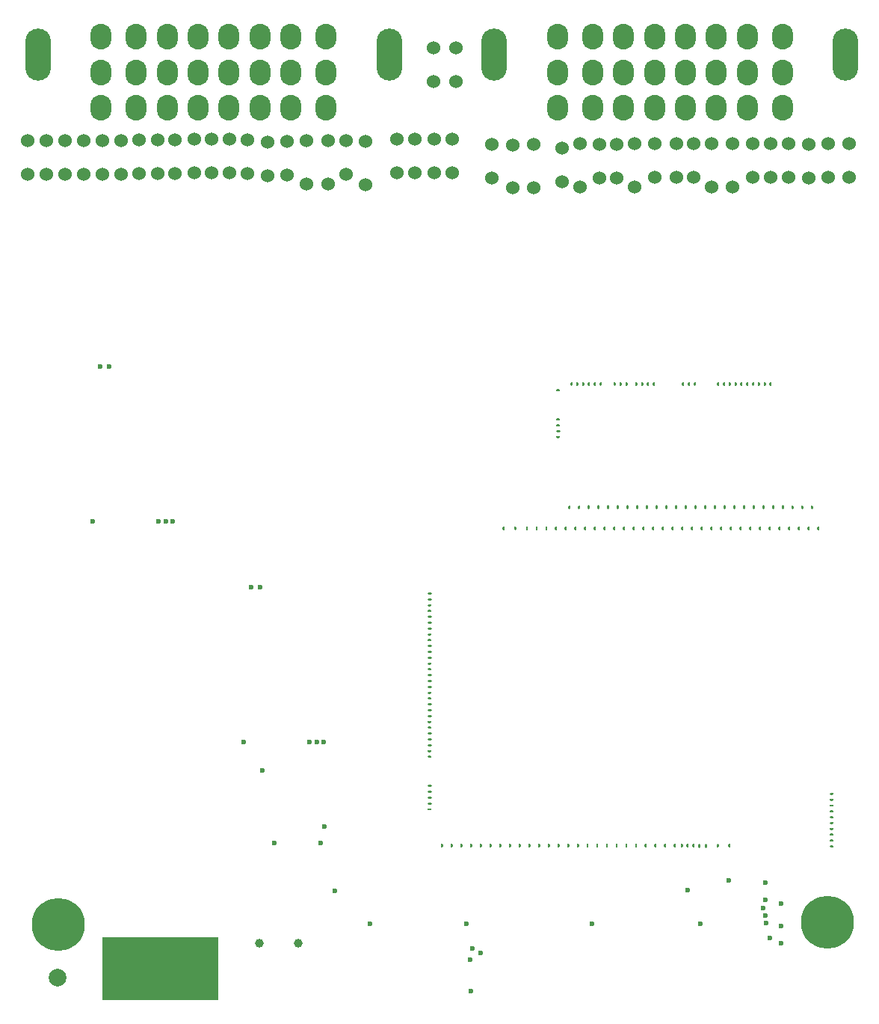
<source format=gbs>
G04 #@! TF.GenerationSoftware,KiCad,Pcbnew,(6.0.1)*
G04 #@! TF.CreationDate,2022-03-14T23:01:45+02:00*
G04 #@! TF.ProjectId,alphax_4ch,616c7068-6178-45f3-9463-682e6b696361,a*
G04 #@! TF.SameCoordinates,PX141f5e0PYa2cace0*
G04 #@! TF.FileFunction,Soldermask,Bot*
G04 #@! TF.FilePolarity,Negative*
%FSLAX46Y46*%
G04 Gerber Fmt 4.6, Leading zero omitted, Abs format (unit mm)*
G04 Created by KiCad (PCBNEW (6.0.1)) date 2022-03-14 23:01:45*
%MOMM*%
%LPD*%
G01*
G04 APERTURE LIST*
%ADD10C,0.120000*%
%ADD11C,0.599999*%
%ADD12C,1.524000*%
%ADD13C,6.000000*%
%ADD14O,2.900000X5.900000*%
%ADD15O,2.400000X2.900000*%
%ADD16C,1.000000*%
%ADD17C,2.000000*%
G04 APERTURE END LIST*
D10*
G04 #@! TO.C,U4*
X9850000Y200000D02*
X9850000Y7200000D01*
X9850000Y7200000D02*
X22850000Y7200000D01*
X22850000Y7200000D02*
X22850000Y200000D01*
X22850000Y200000D02*
X9850000Y200000D01*
G36*
X22850000Y200000D02*
G01*
X9850000Y200000D01*
X9850000Y7200000D01*
X22850000Y7200000D01*
X22850000Y200000D01*
G37*
X22850000Y200000D02*
X9850000Y200000D01*
X9850000Y7200000D01*
X22850000Y7200000D01*
X22850000Y200000D01*
G04 #@! TD*
D11*
G04 #@! TO.C,M4*
X84894889Y11474986D03*
X86729899Y11049978D03*
X84679891Y10499981D03*
X84894886Y9625022D03*
X84969893Y8774999D03*
X86729899Y8449983D03*
X85419899Y7150016D03*
X86729899Y6499999D03*
X80804884Y13675002D03*
X84879890Y13375000D03*
G04 #@! TD*
D12*
G04 #@! TO.C,R8*
X76750000Y93245000D03*
X76750000Y97055000D03*
G04 #@! TD*
D13*
G04 #@! TO.C,J8*
X4803000Y8619000D03*
G04 #@! TD*
D12*
G04 #@! TO.C,R59*
X45200000Y97505000D03*
X45200000Y93695000D03*
G04 #@! TD*
G04 #@! TO.C,R9*
X74800000Y93245000D03*
X74800000Y97055000D03*
G04 #@! TD*
G04 #@! TO.C,R68*
X24200000Y93695000D03*
X24200000Y97505000D03*
G04 #@! TD*
G04 #@! TO.C,F4*
X63950000Y97000000D03*
X63950000Y92100000D03*
G04 #@! TD*
G04 #@! TO.C,M5*
G36*
G01*
X61299998Y63946477D02*
X61549998Y63946477D01*
G75*
G02*
X61674998Y63821477I0J-125000D01*
G01*
X61674998Y63821477D01*
G75*
G02*
X61549998Y63696477I-125000J0D01*
G01*
X61299998Y63696477D01*
G75*
G02*
X61174998Y63821477I0J125000D01*
G01*
X61174998Y63821477D01*
G75*
G02*
X61299998Y63946477I125000J0D01*
G01*
G37*
G36*
G01*
X61299998Y64606478D02*
X61549998Y64606478D01*
G75*
G02*
X61674998Y64481478I0J-125000D01*
G01*
X61674998Y64481478D01*
G75*
G02*
X61549998Y64356478I-125000J0D01*
G01*
X61299998Y64356478D01*
G75*
G02*
X61174998Y64481478I0J125000D01*
G01*
X61174998Y64481478D01*
G75*
G02*
X61299998Y64606478I125000J0D01*
G01*
G37*
G36*
G01*
X61299998Y65266479D02*
X61549998Y65266479D01*
G75*
G02*
X61674998Y65141479I0J-125000D01*
G01*
X61674998Y65141479D01*
G75*
G02*
X61549998Y65016479I-125000J0D01*
G01*
X61299998Y65016479D01*
G75*
G02*
X61174998Y65141479I0J125000D01*
G01*
X61174998Y65141479D01*
G75*
G02*
X61299998Y65266479I125000J0D01*
G01*
G37*
G36*
G01*
X61299998Y65926480D02*
X61549998Y65926480D01*
G75*
G02*
X61674998Y65801480I0J-125000D01*
G01*
X61674998Y65801480D01*
G75*
G02*
X61549998Y65676480I-125000J0D01*
G01*
X61299998Y65676480D01*
G75*
G02*
X61174998Y65801480I0J125000D01*
G01*
X61174998Y65801480D01*
G75*
G02*
X61299998Y65926480I125000J0D01*
G01*
G37*
G36*
G01*
X61299998Y69226487D02*
X61549998Y69226487D01*
G75*
G02*
X61674998Y69101487I0J-125000D01*
G01*
X61674998Y69101487D01*
G75*
G02*
X61549998Y68976487I-125000J0D01*
G01*
X61299998Y68976487D01*
G75*
G02*
X61174998Y69101487I0J125000D01*
G01*
X61174998Y69101487D01*
G75*
G02*
X61299998Y69226487I125000J0D01*
G01*
G37*
G36*
G01*
X90070000Y55727684D02*
X90070000Y55977684D01*
G75*
G02*
X90195000Y56102684I125000J0D01*
G01*
X90195000Y56102684D01*
G75*
G02*
X90320000Y55977684I0J-125000D01*
G01*
X90320000Y55727684D01*
G75*
G02*
X90195000Y55602684I-125000J0D01*
G01*
X90195000Y55602684D01*
G75*
G02*
X90070000Y55727684I0J125000D01*
G01*
G37*
G36*
G01*
X89219996Y55977684D02*
X89219996Y55727684D01*
G75*
G02*
X89094996Y55602684I-125000J0D01*
G01*
X89094996Y55602684D01*
G75*
G02*
X88969996Y55727684I0J125000D01*
G01*
X88969996Y55977684D01*
G75*
G02*
X89094996Y56102684I125000J0D01*
G01*
X89094996Y56102684D01*
G75*
G02*
X89219996Y55977684I0J-125000D01*
G01*
G37*
G36*
G01*
X88119995Y55977684D02*
X88119995Y55727684D01*
G75*
G02*
X87994995Y55602684I-125000J0D01*
G01*
X87994995Y55602684D01*
G75*
G02*
X87869995Y55727684I0J125000D01*
G01*
X87869995Y55977684D01*
G75*
G02*
X87994995Y56102684I125000J0D01*
G01*
X87994995Y56102684D01*
G75*
G02*
X88119995Y55977684I0J-125000D01*
G01*
G37*
G36*
G01*
X87019998Y55977684D02*
X87019998Y55727684D01*
G75*
G02*
X86894998Y55602684I-125000J0D01*
G01*
X86894998Y55602684D01*
G75*
G02*
X86769998Y55727684I0J125000D01*
G01*
X86769998Y55977684D01*
G75*
G02*
X86894998Y56102684I125000J0D01*
G01*
X86894998Y56102684D01*
G75*
G02*
X87019998Y55977684I0J-125000D01*
G01*
G37*
G36*
G01*
X85920000Y55977684D02*
X85920000Y55727684D01*
G75*
G02*
X85795000Y55602684I-125000J0D01*
G01*
X85795000Y55602684D01*
G75*
G02*
X85670000Y55727684I0J125000D01*
G01*
X85670000Y55977684D01*
G75*
G02*
X85795000Y56102684I125000J0D01*
G01*
X85795000Y56102684D01*
G75*
G02*
X85920000Y55977684I0J-125000D01*
G01*
G37*
G36*
G01*
X84820002Y55977684D02*
X84820002Y55727684D01*
G75*
G02*
X84695002Y55602684I-125000J0D01*
G01*
X84695002Y55602684D01*
G75*
G02*
X84570002Y55727684I0J125000D01*
G01*
X84570002Y55977684D01*
G75*
G02*
X84695002Y56102684I125000J0D01*
G01*
X84695002Y56102684D01*
G75*
G02*
X84820002Y55977684I0J-125000D01*
G01*
G37*
G36*
G01*
X83720004Y55977684D02*
X83720004Y55727684D01*
G75*
G02*
X83595004Y55602684I-125000J0D01*
G01*
X83595004Y55602684D01*
G75*
G02*
X83470004Y55727684I0J125000D01*
G01*
X83470004Y55977684D01*
G75*
G02*
X83595004Y56102684I125000J0D01*
G01*
X83595004Y56102684D01*
G75*
G02*
X83720004Y55977684I0J-125000D01*
G01*
G37*
G36*
G01*
X82620006Y55977684D02*
X82620006Y55727684D01*
G75*
G02*
X82495006Y55602684I-125000J0D01*
G01*
X82495006Y55602684D01*
G75*
G02*
X82370006Y55727684I0J125000D01*
G01*
X82370006Y55977684D01*
G75*
G02*
X82495006Y56102684I125000J0D01*
G01*
X82495006Y56102684D01*
G75*
G02*
X82620006Y55977684I0J-125000D01*
G01*
G37*
G36*
G01*
X81520009Y55977684D02*
X81520009Y55727684D01*
G75*
G02*
X81395009Y55602684I-125000J0D01*
G01*
X81395009Y55602684D01*
G75*
G02*
X81270009Y55727684I0J125000D01*
G01*
X81270009Y55977684D01*
G75*
G02*
X81395009Y56102684I125000J0D01*
G01*
X81395009Y56102684D01*
G75*
G02*
X81520009Y55977684I0J-125000D01*
G01*
G37*
G36*
G01*
X80420011Y55977684D02*
X80420011Y55727684D01*
G75*
G02*
X80295011Y55602684I-125000J0D01*
G01*
X80295011Y55602684D01*
G75*
G02*
X80170011Y55727684I0J125000D01*
G01*
X80170011Y55977684D01*
G75*
G02*
X80295011Y56102684I125000J0D01*
G01*
X80295011Y56102684D01*
G75*
G02*
X80420011Y55977684I0J-125000D01*
G01*
G37*
G36*
G01*
X79320013Y55977684D02*
X79320013Y55727684D01*
G75*
G02*
X79195013Y55602684I-125000J0D01*
G01*
X79195013Y55602684D01*
G75*
G02*
X79070013Y55727684I0J125000D01*
G01*
X79070013Y55977684D01*
G75*
G02*
X79195013Y56102684I125000J0D01*
G01*
X79195013Y56102684D01*
G75*
G02*
X79320013Y55977684I0J-125000D01*
G01*
G37*
G36*
G01*
X78220015Y55977684D02*
X78220015Y55727684D01*
G75*
G02*
X78095015Y55602684I-125000J0D01*
G01*
X78095015Y55602684D01*
G75*
G02*
X77970015Y55727684I0J125000D01*
G01*
X77970015Y55977684D01*
G75*
G02*
X78095015Y56102684I125000J0D01*
G01*
X78095015Y56102684D01*
G75*
G02*
X78220015Y55977684I0J-125000D01*
G01*
G37*
G36*
G01*
X77120017Y55977684D02*
X77120017Y55727684D01*
G75*
G02*
X76995017Y55602684I-125000J0D01*
G01*
X76995017Y55602684D01*
G75*
G02*
X76870017Y55727684I0J125000D01*
G01*
X76870017Y55977684D01*
G75*
G02*
X76995017Y56102684I125000J0D01*
G01*
X76995017Y56102684D01*
G75*
G02*
X77120017Y55977684I0J-125000D01*
G01*
G37*
G36*
G01*
X76020020Y55977684D02*
X76020020Y55727684D01*
G75*
G02*
X75895020Y55602684I-125000J0D01*
G01*
X75895020Y55602684D01*
G75*
G02*
X75770020Y55727684I0J125000D01*
G01*
X75770020Y55977684D01*
G75*
G02*
X75895020Y56102684I125000J0D01*
G01*
X75895020Y56102684D01*
G75*
G02*
X76020020Y55977684I0J-125000D01*
G01*
G37*
G36*
G01*
X74920022Y55977684D02*
X74920022Y55727684D01*
G75*
G02*
X74795022Y55602684I-125000J0D01*
G01*
X74795022Y55602684D01*
G75*
G02*
X74670022Y55727684I0J125000D01*
G01*
X74670022Y55977684D01*
G75*
G02*
X74795022Y56102684I125000J0D01*
G01*
X74795022Y56102684D01*
G75*
G02*
X74920022Y55977684I0J-125000D01*
G01*
G37*
G36*
G01*
X73820024Y55977684D02*
X73820024Y55727684D01*
G75*
G02*
X73695024Y55602684I-125000J0D01*
G01*
X73695024Y55602684D01*
G75*
G02*
X73570024Y55727684I0J125000D01*
G01*
X73570024Y55977684D01*
G75*
G02*
X73695024Y56102684I125000J0D01*
G01*
X73695024Y56102684D01*
G75*
G02*
X73820024Y55977684I0J-125000D01*
G01*
G37*
G36*
G01*
X72720026Y55977684D02*
X72720026Y55727684D01*
G75*
G02*
X72595026Y55602684I-125000J0D01*
G01*
X72595026Y55602684D01*
G75*
G02*
X72470026Y55727684I0J125000D01*
G01*
X72470026Y55977684D01*
G75*
G02*
X72595026Y56102684I125000J0D01*
G01*
X72595026Y56102684D01*
G75*
G02*
X72720026Y55977684I0J-125000D01*
G01*
G37*
G36*
G01*
X71620028Y55977684D02*
X71620028Y55727684D01*
G75*
G02*
X71495028Y55602684I-125000J0D01*
G01*
X71495028Y55602684D01*
G75*
G02*
X71370028Y55727684I0J125000D01*
G01*
X71370028Y55977684D01*
G75*
G02*
X71495028Y56102684I125000J0D01*
G01*
X71495028Y56102684D01*
G75*
G02*
X71620028Y55977684I0J-125000D01*
G01*
G37*
G36*
G01*
X70520031Y55977684D02*
X70520031Y55727684D01*
G75*
G02*
X70395031Y55602684I-125000J0D01*
G01*
X70395031Y55602684D01*
G75*
G02*
X70270031Y55727684I0J125000D01*
G01*
X70270031Y55977684D01*
G75*
G02*
X70395031Y56102684I125000J0D01*
G01*
X70395031Y56102684D01*
G75*
G02*
X70520031Y55977684I0J-125000D01*
G01*
G37*
G36*
G01*
X69420033Y55977684D02*
X69420033Y55727684D01*
G75*
G02*
X69295033Y55602684I-125000J0D01*
G01*
X69295033Y55602684D01*
G75*
G02*
X69170033Y55727684I0J125000D01*
G01*
X69170033Y55977684D01*
G75*
G02*
X69295033Y56102684I125000J0D01*
G01*
X69295033Y56102684D01*
G75*
G02*
X69420033Y55977684I0J-125000D01*
G01*
G37*
G36*
G01*
X68320035Y55977684D02*
X68320035Y55727684D01*
G75*
G02*
X68195035Y55602684I-125000J0D01*
G01*
X68195035Y55602684D01*
G75*
G02*
X68070035Y55727684I0J125000D01*
G01*
X68070035Y55977684D01*
G75*
G02*
X68195035Y56102684I125000J0D01*
G01*
X68195035Y56102684D01*
G75*
G02*
X68320035Y55977684I0J-125000D01*
G01*
G37*
G36*
G01*
X67220037Y55977684D02*
X67220037Y55727684D01*
G75*
G02*
X67095037Y55602684I-125000J0D01*
G01*
X67095037Y55602684D01*
G75*
G02*
X66970037Y55727684I0J125000D01*
G01*
X66970037Y55977684D01*
G75*
G02*
X67095037Y56102684I125000J0D01*
G01*
X67095037Y56102684D01*
G75*
G02*
X67220037Y55977684I0J-125000D01*
G01*
G37*
G36*
G01*
X66120039Y55977684D02*
X66120039Y55727684D01*
G75*
G02*
X65995039Y55602684I-125000J0D01*
G01*
X65995039Y55602684D01*
G75*
G02*
X65870039Y55727684I0J125000D01*
G01*
X65870039Y55977684D01*
G75*
G02*
X65995039Y56102684I125000J0D01*
G01*
X65995039Y56102684D01*
G75*
G02*
X66120039Y55977684I0J-125000D01*
G01*
G37*
G36*
G01*
X65020042Y55977684D02*
X65020042Y55727684D01*
G75*
G02*
X64895042Y55602684I-125000J0D01*
G01*
X64895042Y55602684D01*
G75*
G02*
X64770042Y55727684I0J125000D01*
G01*
X64770042Y55977684D01*
G75*
G02*
X64895042Y56102684I125000J0D01*
G01*
X64895042Y56102684D01*
G75*
G02*
X65020042Y55977684I0J-125000D01*
G01*
G37*
G36*
G01*
X63920044Y55977684D02*
X63920044Y55727684D01*
G75*
G02*
X63795044Y55602684I-125000J0D01*
G01*
X63795044Y55602684D01*
G75*
G02*
X63670044Y55727684I0J125000D01*
G01*
X63670044Y55977684D01*
G75*
G02*
X63795044Y56102684I125000J0D01*
G01*
X63795044Y56102684D01*
G75*
G02*
X63920044Y55977684I0J-125000D01*
G01*
G37*
G36*
G01*
X62820046Y55977684D02*
X62820046Y55727684D01*
G75*
G02*
X62695046Y55602684I-125000J0D01*
G01*
X62695046Y55602684D01*
G75*
G02*
X62570046Y55727684I0J125000D01*
G01*
X62570046Y55977684D01*
G75*
G02*
X62695046Y56102684I125000J0D01*
G01*
X62695046Y56102684D01*
G75*
G02*
X62820046Y55977684I0J-125000D01*
G01*
G37*
G36*
G01*
X63070990Y69939683D02*
X63070990Y69689683D01*
G75*
G02*
X62945990Y69564683I-125000J0D01*
G01*
X62945990Y69564683D01*
G75*
G02*
X62820990Y69689683I0J125000D01*
G01*
X62820990Y69939683D01*
G75*
G02*
X62945990Y70064683I125000J0D01*
G01*
X62945990Y70064683D01*
G75*
G02*
X63070990Y69939683I0J-125000D01*
G01*
G37*
G36*
G01*
X63730992Y69939683D02*
X63730992Y69689683D01*
G75*
G02*
X63605992Y69564683I-125000J0D01*
G01*
X63605992Y69564683D01*
G75*
G02*
X63480992Y69689683I0J125000D01*
G01*
X63480992Y69939683D01*
G75*
G02*
X63605992Y70064683I125000J0D01*
G01*
X63605992Y70064683D01*
G75*
G02*
X63730992Y69939683I0J-125000D01*
G01*
G37*
G36*
G01*
X64390993Y69939683D02*
X64390993Y69689683D01*
G75*
G02*
X64265993Y69564683I-125000J0D01*
G01*
X64265993Y69564683D01*
G75*
G02*
X64140993Y69689683I0J125000D01*
G01*
X64140993Y69939683D01*
G75*
G02*
X64265993Y70064683I125000J0D01*
G01*
X64265993Y70064683D01*
G75*
G02*
X64390993Y69939683I0J-125000D01*
G01*
G37*
G36*
G01*
X65050994Y69939683D02*
X65050994Y69689683D01*
G75*
G02*
X64925994Y69564683I-125000J0D01*
G01*
X64925994Y69564683D01*
G75*
G02*
X64800994Y69689683I0J125000D01*
G01*
X64800994Y69939683D01*
G75*
G02*
X64925994Y70064683I125000J0D01*
G01*
X64925994Y70064683D01*
G75*
G02*
X65050994Y69939683I0J-125000D01*
G01*
G37*
G36*
G01*
X65710995Y69939683D02*
X65710995Y69689683D01*
G75*
G02*
X65585995Y69564683I-125000J0D01*
G01*
X65585995Y69564683D01*
G75*
G02*
X65460995Y69689683I0J125000D01*
G01*
X65460995Y69939683D01*
G75*
G02*
X65585995Y70064683I125000J0D01*
G01*
X65585995Y70064683D01*
G75*
G02*
X65710995Y69939683I0J-125000D01*
G01*
G37*
G36*
G01*
X66370997Y69939683D02*
X66370997Y69689683D01*
G75*
G02*
X66245997Y69564683I-125000J0D01*
G01*
X66245997Y69564683D01*
G75*
G02*
X66120997Y69689683I0J125000D01*
G01*
X66120997Y69939683D01*
G75*
G02*
X66245997Y70064683I125000J0D01*
G01*
X66245997Y70064683D01*
G75*
G02*
X66370997Y69939683I0J-125000D01*
G01*
G37*
G36*
G01*
X67971994Y69939683D02*
X67971994Y69689683D01*
G75*
G02*
X67846994Y69564683I-125000J0D01*
G01*
X67846994Y69564683D01*
G75*
G02*
X67721994Y69689683I0J125000D01*
G01*
X67721994Y69939683D01*
G75*
G02*
X67846994Y70064683I125000J0D01*
G01*
X67846994Y70064683D01*
G75*
G02*
X67971994Y69939683I0J-125000D01*
G01*
G37*
G36*
G01*
X68631995Y69939683D02*
X68631995Y69689683D01*
G75*
G02*
X68506995Y69564683I-125000J0D01*
G01*
X68506995Y69564683D01*
G75*
G02*
X68381995Y69689683I0J125000D01*
G01*
X68381995Y69939683D01*
G75*
G02*
X68506995Y70064683I125000J0D01*
G01*
X68506995Y70064683D01*
G75*
G02*
X68631995Y69939683I0J-125000D01*
G01*
G37*
G36*
G01*
X69291997Y69939683D02*
X69291997Y69689683D01*
G75*
G02*
X69166997Y69564683I-125000J0D01*
G01*
X69166997Y69564683D01*
G75*
G02*
X69041997Y69689683I0J125000D01*
G01*
X69041997Y69939683D01*
G75*
G02*
X69166997Y70064683I125000J0D01*
G01*
X69166997Y70064683D01*
G75*
G02*
X69291997Y69939683I0J-125000D01*
G01*
G37*
G36*
G01*
X70412896Y69939683D02*
X70412896Y69689683D01*
G75*
G02*
X70287896Y69564683I-125000J0D01*
G01*
X70287896Y69564683D01*
G75*
G02*
X70162896Y69689683I0J125000D01*
G01*
X70162896Y69939683D01*
G75*
G02*
X70287896Y70064683I125000J0D01*
G01*
X70287896Y70064683D01*
G75*
G02*
X70412896Y69939683I0J-125000D01*
G01*
G37*
G36*
G01*
X71072897Y69939683D02*
X71072897Y69689683D01*
G75*
G02*
X70947897Y69564683I-125000J0D01*
G01*
X70947897Y69564683D01*
G75*
G02*
X70822897Y69689683I0J125000D01*
G01*
X70822897Y69939683D01*
G75*
G02*
X70947897Y70064683I125000J0D01*
G01*
X70947897Y70064683D01*
G75*
G02*
X71072897Y69939683I0J-125000D01*
G01*
G37*
G36*
G01*
X71732898Y69939683D02*
X71732898Y69689683D01*
G75*
G02*
X71607898Y69564683I-125000J0D01*
G01*
X71607898Y69564683D01*
G75*
G02*
X71482898Y69689683I0J125000D01*
G01*
X71482898Y69939683D01*
G75*
G02*
X71607898Y70064683I125000J0D01*
G01*
X71607898Y70064683D01*
G75*
G02*
X71732898Y69939683I0J-125000D01*
G01*
G37*
G36*
G01*
X72392900Y69939683D02*
X72392900Y69689683D01*
G75*
G02*
X72267900Y69564683I-125000J0D01*
G01*
X72267900Y69564683D01*
G75*
G02*
X72142900Y69689683I0J125000D01*
G01*
X72142900Y69939683D01*
G75*
G02*
X72267900Y70064683I125000J0D01*
G01*
X72267900Y70064683D01*
G75*
G02*
X72392900Y69939683I0J-125000D01*
G01*
G37*
G36*
G01*
X75718994Y69939683D02*
X75718994Y69689683D01*
G75*
G02*
X75593994Y69564683I-125000J0D01*
G01*
X75593994Y69564683D01*
G75*
G02*
X75468994Y69689683I0J125000D01*
G01*
X75468994Y69939683D01*
G75*
G02*
X75593994Y70064683I125000J0D01*
G01*
X75593994Y70064683D01*
G75*
G02*
X75718994Y69939683I0J-125000D01*
G01*
G37*
G36*
G01*
X76378995Y69939683D02*
X76378995Y69689683D01*
G75*
G02*
X76253995Y69564683I-125000J0D01*
G01*
X76253995Y69564683D01*
G75*
G02*
X76128995Y69689683I0J125000D01*
G01*
X76128995Y69939683D01*
G75*
G02*
X76253995Y70064683I125000J0D01*
G01*
X76253995Y70064683D01*
G75*
G02*
X76378995Y69939683I0J-125000D01*
G01*
G37*
G36*
G01*
X77038997Y69939683D02*
X77038997Y69689683D01*
G75*
G02*
X76913997Y69564683I-125000J0D01*
G01*
X76913997Y69564683D01*
G75*
G02*
X76788997Y69689683I0J125000D01*
G01*
X76788997Y69939683D01*
G75*
G02*
X76913997Y70064683I125000J0D01*
G01*
X76913997Y70064683D01*
G75*
G02*
X77038997Y69939683I0J-125000D01*
G01*
G37*
G36*
G01*
X79684988Y69939683D02*
X79684988Y69689683D01*
G75*
G02*
X79559988Y69564683I-125000J0D01*
G01*
X79559988Y69564683D01*
G75*
G02*
X79434988Y69689683I0J125000D01*
G01*
X79434988Y69939683D01*
G75*
G02*
X79559988Y70064683I125000J0D01*
G01*
X79559988Y70064683D01*
G75*
G02*
X79684988Y69939683I0J-125000D01*
G01*
G37*
G36*
G01*
X80344989Y69939683D02*
X80344989Y69689683D01*
G75*
G02*
X80219989Y69564683I-125000J0D01*
G01*
X80219989Y69564683D01*
G75*
G02*
X80094989Y69689683I0J125000D01*
G01*
X80094989Y69939683D01*
G75*
G02*
X80219989Y70064683I125000J0D01*
G01*
X80219989Y70064683D01*
G75*
G02*
X80344989Y69939683I0J-125000D01*
G01*
G37*
G36*
G01*
X81004991Y69939683D02*
X81004991Y69689683D01*
G75*
G02*
X80879991Y69564683I-125000J0D01*
G01*
X80879991Y69564683D01*
G75*
G02*
X80754991Y69689683I0J125000D01*
G01*
X80754991Y69939683D01*
G75*
G02*
X80879991Y70064683I125000J0D01*
G01*
X80879991Y70064683D01*
G75*
G02*
X81004991Y69939683I0J-125000D01*
G01*
G37*
G36*
G01*
X81664992Y69939683D02*
X81664992Y69689683D01*
G75*
G02*
X81539992Y69564683I-125000J0D01*
G01*
X81539992Y69564683D01*
G75*
G02*
X81414992Y69689683I0J125000D01*
G01*
X81414992Y69939683D01*
G75*
G02*
X81539992Y70064683I125000J0D01*
G01*
X81539992Y70064683D01*
G75*
G02*
X81664992Y69939683I0J-125000D01*
G01*
G37*
G36*
G01*
X82324993Y69939683D02*
X82324993Y69689683D01*
G75*
G02*
X82199993Y69564683I-125000J0D01*
G01*
X82199993Y69564683D01*
G75*
G02*
X82074993Y69689683I0J125000D01*
G01*
X82074993Y69939683D01*
G75*
G02*
X82199993Y70064683I125000J0D01*
G01*
X82199993Y70064683D01*
G75*
G02*
X82324993Y69939683I0J-125000D01*
G01*
G37*
G36*
G01*
X82984994Y69939683D02*
X82984994Y69689683D01*
G75*
G02*
X82859994Y69564683I-125000J0D01*
G01*
X82859994Y69564683D01*
G75*
G02*
X82734994Y69689683I0J125000D01*
G01*
X82734994Y69939683D01*
G75*
G02*
X82859994Y70064683I125000J0D01*
G01*
X82859994Y70064683D01*
G75*
G02*
X82984994Y69939683I0J-125000D01*
G01*
G37*
G36*
G01*
X83644996Y69939683D02*
X83644996Y69689683D01*
G75*
G02*
X83519996Y69564683I-125000J0D01*
G01*
X83519996Y69564683D01*
G75*
G02*
X83394996Y69689683I0J125000D01*
G01*
X83394996Y69939683D01*
G75*
G02*
X83519996Y70064683I125000J0D01*
G01*
X83519996Y70064683D01*
G75*
G02*
X83644996Y69939683I0J-125000D01*
G01*
G37*
G36*
G01*
X84304997Y69939683D02*
X84304997Y69689683D01*
G75*
G02*
X84179997Y69564683I-125000J0D01*
G01*
X84179997Y69564683D01*
G75*
G02*
X84054997Y69689683I0J125000D01*
G01*
X84054997Y69939683D01*
G75*
G02*
X84179997Y70064683I125000J0D01*
G01*
X84179997Y70064683D01*
G75*
G02*
X84304997Y69939683I0J-125000D01*
G01*
G37*
G36*
G01*
X84964998Y69939683D02*
X84964998Y69689683D01*
G75*
G02*
X84839998Y69564683I-125000J0D01*
G01*
X84839998Y69564683D01*
G75*
G02*
X84714998Y69689683I0J125000D01*
G01*
X84714998Y69939683D01*
G75*
G02*
X84839998Y70064683I125000J0D01*
G01*
X84839998Y70064683D01*
G75*
G02*
X84964998Y69939683I0J-125000D01*
G01*
G37*
G36*
G01*
X85625000Y69939683D02*
X85625000Y69689683D01*
G75*
G02*
X85500000Y69564683I-125000J0D01*
G01*
X85500000Y69564683D01*
G75*
G02*
X85375000Y69689683I0J125000D01*
G01*
X85375000Y69939683D01*
G75*
G02*
X85500000Y70064683I125000J0D01*
G01*
X85500000Y70064683D01*
G75*
G02*
X85625000Y69939683I0J-125000D01*
G01*
G37*
G04 #@! TD*
D14*
G04 #@! TO.C,P2*
X42300000Y107100000D03*
X2500000Y107100000D03*
D15*
X9650000Y101100000D03*
X13650000Y101100000D03*
X17150000Y101100000D03*
X20650000Y101100000D03*
X24150000Y101100000D03*
X27650000Y101100000D03*
X31150000Y101100000D03*
X35150000Y101100000D03*
X9650000Y105100000D03*
X13650000Y105100000D03*
X17150000Y105100000D03*
X20650000Y105100000D03*
X24150000Y105100000D03*
X27650000Y105100000D03*
X31150000Y105100000D03*
X35150000Y105100000D03*
X9650000Y109100000D03*
X13650000Y109100000D03*
X17150000Y109100000D03*
X20650000Y109100000D03*
X24150000Y109100000D03*
X27650000Y109100000D03*
X31150000Y109100000D03*
X35150000Y109100000D03*
G04 #@! TD*
D12*
G04 #@! TO.C,R11*
X47350000Y104095000D03*
X47350000Y107905000D03*
G04 #@! TD*
G04 #@! TO.C,R6*
X92050000Y93195000D03*
X92050000Y97005000D03*
G04 #@! TD*
G04 #@! TO.C,R60*
X43200000Y93695000D03*
X43200000Y97505000D03*
G04 #@! TD*
D16*
G04 #@! TO.C,J1*
X32000000Y6500000D03*
X27600000Y6500000D03*
G04 #@! TD*
D12*
G04 #@! TO.C,R66*
X3450000Y93561701D03*
X3450000Y97371701D03*
G04 #@! TD*
G04 #@! TO.C,R17*
X68050000Y93145000D03*
X68050000Y96955000D03*
G04 #@! TD*
G04 #@! TO.C,R63*
X22200000Y93695000D03*
X22200000Y97505000D03*
G04 #@! TD*
G04 #@! TO.C,R16*
X72350000Y93195000D03*
X72350000Y97005000D03*
G04 #@! TD*
G04 #@! TO.C,R70*
X11950000Y93595000D03*
X11950000Y97405000D03*
G04 #@! TD*
D11*
G04 #@! TO.C,M7*
X51750003Y5925001D03*
X52625005Y5400001D03*
X51450001Y4650003D03*
X51525004Y1100002D03*
G04 #@! TD*
G04 #@! TO.C,M1*
X27937888Y26083984D03*
X29262892Y17858984D03*
X34495386Y17876489D03*
X34987892Y19758985D03*
X36112878Y12408992D03*
G04 #@! TD*
G04 #@! TO.C,M3*
X25775000Y29300000D03*
X33275000Y29300000D03*
X34075000Y29300000D03*
X34875000Y29300000D03*
X27675000Y46825000D03*
X26675000Y46825000D03*
G04 #@! TD*
D12*
G04 #@! TO.C,R10*
X66100000Y93145000D03*
X66100000Y96955000D03*
G04 #@! TD*
G04 #@! TO.C,R62*
X28500000Y93395000D03*
X28500000Y97205000D03*
G04 #@! TD*
G04 #@! TO.C,R65*
X9850000Y93595000D03*
X9850000Y97405000D03*
G04 #@! TD*
G04 #@! TO.C,F7*
X32900000Y97399979D03*
X32900000Y92499979D03*
G04 #@! TD*
G04 #@! TO.C,R58*
X1347390Y93561701D03*
X1347390Y97371701D03*
G04 #@! TD*
G04 #@! TO.C,R56*
X14000000Y93645000D03*
X14000000Y97455000D03*
G04 #@! TD*
G04 #@! TO.C,R19*
X53950000Y93145000D03*
X53950000Y96955000D03*
G04 #@! TD*
G04 #@! TO.C,R67*
X26250000Y93645000D03*
X26250000Y97455000D03*
G04 #@! TD*
G04 #@! TO.C,F1*
X81196000Y96995000D03*
X81196000Y92095000D03*
G04 #@! TD*
G04 #@! TO.C,R14*
X89800000Y96955000D03*
X89800000Y93145000D03*
G04 #@! TD*
G04 #@! TO.C,R64*
X16050000Y93645000D03*
X16050000Y97455000D03*
G04 #@! TD*
G04 #@! TO.C,F3*
X70100000Y97000000D03*
X70100000Y92100000D03*
G04 #@! TD*
G04 #@! TO.C,R71*
X5600000Y93545000D03*
X5600000Y97355000D03*
G04 #@! TD*
G04 #@! TO.C,R61*
X30700000Y93445000D03*
X30700000Y97255000D03*
G04 #@! TD*
D13*
G04 #@! TO.C,J7*
X91948000Y8873000D03*
G04 #@! TD*
D12*
G04 #@! TO.C,R69*
X18050000Y93645000D03*
X18050000Y97455000D03*
G04 #@! TD*
G04 #@! TO.C,R55*
X20200000Y93695000D03*
X20200000Y97505000D03*
G04 #@! TD*
G04 #@! TO.C,F8*
X39600000Y97299979D03*
X39600000Y92399979D03*
G04 #@! TD*
G04 #@! TO.C,R54*
X37450000Y93595000D03*
X37450000Y97405000D03*
G04 #@! TD*
G04 #@! TO.C,R52*
X47400000Y93695000D03*
X47400000Y97505000D03*
G04 #@! TD*
G04 #@! TO.C,M6*
G36*
G01*
X46760503Y21803625D02*
X47010503Y21803625D01*
G75*
G02*
X47135503Y21678625I0J-125000D01*
G01*
X47135503Y21678625D01*
G75*
G02*
X47010503Y21553625I-125000J0D01*
G01*
X46760503Y21553625D01*
G75*
G02*
X46635503Y21678625I0J125000D01*
G01*
X46635503Y21678625D01*
G75*
G02*
X46760503Y21803625I125000J0D01*
G01*
G37*
G36*
G01*
X47010503Y22213623D02*
X46760503Y22213623D01*
G75*
G02*
X46635503Y22338623I0J125000D01*
G01*
X46635503Y22338623D01*
G75*
G02*
X46760503Y22463623I125000J0D01*
G01*
X47010503Y22463623D01*
G75*
G02*
X47135503Y22338623I0J-125000D01*
G01*
X47135503Y22338623D01*
G75*
G02*
X47010503Y22213623I-125000J0D01*
G01*
G37*
G36*
G01*
X47010503Y22873628D02*
X46760503Y22873628D01*
G75*
G02*
X46635503Y22998628I0J125000D01*
G01*
X46635503Y22998628D01*
G75*
G02*
X46760503Y23123628I125000J0D01*
G01*
X47010503Y23123628D01*
G75*
G02*
X47135503Y22998628I0J-125000D01*
G01*
X47135503Y22998628D01*
G75*
G02*
X47010503Y22873628I-125000J0D01*
G01*
G37*
G36*
G01*
X47010503Y23533623D02*
X46760503Y23533623D01*
G75*
G02*
X46635503Y23658623I0J125000D01*
G01*
X46635503Y23658623D01*
G75*
G02*
X46760503Y23783623I125000J0D01*
G01*
X47010503Y23783623D01*
G75*
G02*
X47135503Y23658623I0J-125000D01*
G01*
X47135503Y23658623D01*
G75*
G02*
X47010503Y23533623I-125000J0D01*
G01*
G37*
G36*
G01*
X47010503Y24193625D02*
X46760503Y24193625D01*
G75*
G02*
X46635503Y24318625I0J125000D01*
G01*
X46635503Y24318625D01*
G75*
G02*
X46760503Y24443625I125000J0D01*
G01*
X47010503Y24443625D01*
G75*
G02*
X47135503Y24318625I0J-125000D01*
G01*
X47135503Y24318625D01*
G75*
G02*
X47010503Y24193625I-125000J0D01*
G01*
G37*
G36*
G01*
X47010503Y27493626D02*
X46760503Y27493626D01*
G75*
G02*
X46635503Y27618626I0J125000D01*
G01*
X46635503Y27618626D01*
G75*
G02*
X46760503Y27743626I125000J0D01*
G01*
X47010503Y27743626D01*
G75*
G02*
X47135503Y27618626I0J-125000D01*
G01*
X47135503Y27618626D01*
G75*
G02*
X47010503Y27493626I-125000J0D01*
G01*
G37*
G36*
G01*
X47010503Y28153627D02*
X46760503Y28153627D01*
G75*
G02*
X46635503Y28278627I0J125000D01*
G01*
X46635503Y28278627D01*
G75*
G02*
X46760503Y28403627I125000J0D01*
G01*
X47010503Y28403627D01*
G75*
G02*
X47135503Y28278627I0J-125000D01*
G01*
X47135503Y28278627D01*
G75*
G02*
X47010503Y28153627I-125000J0D01*
G01*
G37*
G36*
G01*
X47010503Y28813629D02*
X46760503Y28813629D01*
G75*
G02*
X46635503Y28938629I0J125000D01*
G01*
X46635503Y28938629D01*
G75*
G02*
X46760503Y29063629I125000J0D01*
G01*
X47010503Y29063629D01*
G75*
G02*
X47135503Y28938629I0J-125000D01*
G01*
X47135503Y28938629D01*
G75*
G02*
X47010503Y28813629I-125000J0D01*
G01*
G37*
G36*
G01*
X47010503Y29473627D02*
X46760503Y29473627D01*
G75*
G02*
X46635503Y29598627I0J125000D01*
G01*
X46635503Y29598627D01*
G75*
G02*
X46760503Y29723627I125000J0D01*
G01*
X47010503Y29723627D01*
G75*
G02*
X47135503Y29598627I0J-125000D01*
G01*
X47135503Y29598627D01*
G75*
G02*
X47010503Y29473627I-125000J0D01*
G01*
G37*
G36*
G01*
X47010503Y30133629D02*
X46760503Y30133629D01*
G75*
G02*
X46635503Y30258629I0J125000D01*
G01*
X46635503Y30258629D01*
G75*
G02*
X46760503Y30383629I125000J0D01*
G01*
X47010503Y30383629D01*
G75*
G02*
X47135503Y30258629I0J-125000D01*
G01*
X47135503Y30258629D01*
G75*
G02*
X47010503Y30133629I-125000J0D01*
G01*
G37*
G36*
G01*
X47010503Y30793627D02*
X46760503Y30793627D01*
G75*
G02*
X46635503Y30918627I0J125000D01*
G01*
X46635503Y30918627D01*
G75*
G02*
X46760503Y31043627I125000J0D01*
G01*
X47010503Y31043627D01*
G75*
G02*
X47135503Y30918627I0J-125000D01*
G01*
X47135503Y30918627D01*
G75*
G02*
X47010503Y30793627I-125000J0D01*
G01*
G37*
G36*
G01*
X47010503Y31453628D02*
X46760503Y31453628D01*
G75*
G02*
X46635503Y31578628I0J125000D01*
G01*
X46635503Y31578628D01*
G75*
G02*
X46760503Y31703628I125000J0D01*
G01*
X47010503Y31703628D01*
G75*
G02*
X47135503Y31578628I0J-125000D01*
G01*
X47135503Y31578628D01*
G75*
G02*
X47010503Y31453628I-125000J0D01*
G01*
G37*
G36*
G01*
X47010503Y32113627D02*
X46760503Y32113627D01*
G75*
G02*
X46635503Y32238627I0J125000D01*
G01*
X46635503Y32238627D01*
G75*
G02*
X46760503Y32363627I125000J0D01*
G01*
X47010503Y32363627D01*
G75*
G02*
X47135503Y32238627I0J-125000D01*
G01*
X47135503Y32238627D01*
G75*
G02*
X47010503Y32113627I-125000J0D01*
G01*
G37*
G36*
G01*
X47010503Y32773628D02*
X46760503Y32773628D01*
G75*
G02*
X46635503Y32898628I0J125000D01*
G01*
X46635503Y32898628D01*
G75*
G02*
X46760503Y33023628I125000J0D01*
G01*
X47010503Y33023628D01*
G75*
G02*
X47135503Y32898628I0J-125000D01*
G01*
X47135503Y32898628D01*
G75*
G02*
X47010503Y32773628I-125000J0D01*
G01*
G37*
G36*
G01*
X47010503Y33433627D02*
X46760503Y33433627D01*
G75*
G02*
X46635503Y33558627I0J125000D01*
G01*
X46635503Y33558627D01*
G75*
G02*
X46760503Y33683627I125000J0D01*
G01*
X47010503Y33683627D01*
G75*
G02*
X47135503Y33558627I0J-125000D01*
G01*
X47135503Y33558627D01*
G75*
G02*
X47010503Y33433627I-125000J0D01*
G01*
G37*
G36*
G01*
X47010503Y34093628D02*
X46760503Y34093628D01*
G75*
G02*
X46635503Y34218628I0J125000D01*
G01*
X46635503Y34218628D01*
G75*
G02*
X46760503Y34343628I125000J0D01*
G01*
X47010503Y34343628D01*
G75*
G02*
X47135503Y34218628I0J-125000D01*
G01*
X47135503Y34218628D01*
G75*
G02*
X47010503Y34093628I-125000J0D01*
G01*
G37*
G36*
G01*
X47010503Y34753627D02*
X46760503Y34753627D01*
G75*
G02*
X46635503Y34878627I0J125000D01*
G01*
X46635503Y34878627D01*
G75*
G02*
X46760503Y35003627I125000J0D01*
G01*
X47010503Y35003627D01*
G75*
G02*
X47135503Y34878627I0J-125000D01*
G01*
X47135503Y34878627D01*
G75*
G02*
X47010503Y34753627I-125000J0D01*
G01*
G37*
G36*
G01*
X47010503Y35413628D02*
X46760503Y35413628D01*
G75*
G02*
X46635503Y35538628I0J125000D01*
G01*
X46635503Y35538628D01*
G75*
G02*
X46760503Y35663628I125000J0D01*
G01*
X47010503Y35663628D01*
G75*
G02*
X47135503Y35538628I0J-125000D01*
G01*
X47135503Y35538628D01*
G75*
G02*
X47010503Y35413628I-125000J0D01*
G01*
G37*
G36*
G01*
X47010503Y36073627D02*
X46760503Y36073627D01*
G75*
G02*
X46635503Y36198627I0J125000D01*
G01*
X46635503Y36198627D01*
G75*
G02*
X46760503Y36323627I125000J0D01*
G01*
X47010503Y36323627D01*
G75*
G02*
X47135503Y36198627I0J-125000D01*
G01*
X47135503Y36198627D01*
G75*
G02*
X47010503Y36073627I-125000J0D01*
G01*
G37*
G36*
G01*
X47010503Y36733628D02*
X46760503Y36733628D01*
G75*
G02*
X46635503Y36858628I0J125000D01*
G01*
X46635503Y36858628D01*
G75*
G02*
X46760503Y36983628I125000J0D01*
G01*
X47010503Y36983628D01*
G75*
G02*
X47135503Y36858628I0J-125000D01*
G01*
X47135503Y36858628D01*
G75*
G02*
X47010503Y36733628I-125000J0D01*
G01*
G37*
G36*
G01*
X47010503Y37393627D02*
X46760503Y37393627D01*
G75*
G02*
X46635503Y37518627I0J125000D01*
G01*
X46635503Y37518627D01*
G75*
G02*
X46760503Y37643627I125000J0D01*
G01*
X47010503Y37643627D01*
G75*
G02*
X47135503Y37518627I0J-125000D01*
G01*
X47135503Y37518627D01*
G75*
G02*
X47010503Y37393627I-125000J0D01*
G01*
G37*
G36*
G01*
X47010503Y38053628D02*
X46760503Y38053628D01*
G75*
G02*
X46635503Y38178628I0J125000D01*
G01*
X46635503Y38178628D01*
G75*
G02*
X46760503Y38303628I125000J0D01*
G01*
X47010503Y38303628D01*
G75*
G02*
X47135503Y38178628I0J-125000D01*
G01*
X47135503Y38178628D01*
G75*
G02*
X47010503Y38053628I-125000J0D01*
G01*
G37*
G36*
G01*
X47010503Y38713627D02*
X46760503Y38713627D01*
G75*
G02*
X46635503Y38838627I0J125000D01*
G01*
X46635503Y38838627D01*
G75*
G02*
X46760503Y38963627I125000J0D01*
G01*
X47010503Y38963627D01*
G75*
G02*
X47135503Y38838627I0J-125000D01*
G01*
X47135503Y38838627D01*
G75*
G02*
X47010503Y38713627I-125000J0D01*
G01*
G37*
G36*
G01*
X47010503Y39373628D02*
X46760503Y39373628D01*
G75*
G02*
X46635503Y39498628I0J125000D01*
G01*
X46635503Y39498628D01*
G75*
G02*
X46760503Y39623628I125000J0D01*
G01*
X47010503Y39623628D01*
G75*
G02*
X47135503Y39498628I0J-125000D01*
G01*
X47135503Y39498628D01*
G75*
G02*
X47010503Y39373628I-125000J0D01*
G01*
G37*
G36*
G01*
X47010503Y40033627D02*
X46760503Y40033627D01*
G75*
G02*
X46635503Y40158627I0J125000D01*
G01*
X46635503Y40158627D01*
G75*
G02*
X46760503Y40283627I125000J0D01*
G01*
X47010503Y40283627D01*
G75*
G02*
X47135503Y40158627I0J-125000D01*
G01*
X47135503Y40158627D01*
G75*
G02*
X47010503Y40033627I-125000J0D01*
G01*
G37*
G36*
G01*
X47010503Y40693628D02*
X46760503Y40693628D01*
G75*
G02*
X46635503Y40818628I0J125000D01*
G01*
X46635503Y40818628D01*
G75*
G02*
X46760503Y40943628I125000J0D01*
G01*
X47010503Y40943628D01*
G75*
G02*
X47135503Y40818628I0J-125000D01*
G01*
X47135503Y40818628D01*
G75*
G02*
X47010503Y40693628I-125000J0D01*
G01*
G37*
G36*
G01*
X47010503Y41353626D02*
X46760503Y41353626D01*
G75*
G02*
X46635503Y41478626I0J125000D01*
G01*
X46635503Y41478626D01*
G75*
G02*
X46760503Y41603626I125000J0D01*
G01*
X47010503Y41603626D01*
G75*
G02*
X47135503Y41478626I0J-125000D01*
G01*
X47135503Y41478626D01*
G75*
G02*
X47010503Y41353626I-125000J0D01*
G01*
G37*
G36*
G01*
X47010503Y42013628D02*
X46760503Y42013628D01*
G75*
G02*
X46635503Y42138628I0J125000D01*
G01*
X46635503Y42138628D01*
G75*
G02*
X46760503Y42263628I125000J0D01*
G01*
X47010503Y42263628D01*
G75*
G02*
X47135503Y42138628I0J-125000D01*
G01*
X47135503Y42138628D01*
G75*
G02*
X47010503Y42013628I-125000J0D01*
G01*
G37*
G36*
G01*
X47010503Y42673626D02*
X46760503Y42673626D01*
G75*
G02*
X46635503Y42798626I0J125000D01*
G01*
X46635503Y42798626D01*
G75*
G02*
X46760503Y42923626I125000J0D01*
G01*
X47010503Y42923626D01*
G75*
G02*
X47135503Y42798626I0J-125000D01*
G01*
X47135503Y42798626D01*
G75*
G02*
X47010503Y42673626I-125000J0D01*
G01*
G37*
G36*
G01*
X47010503Y43333628D02*
X46760503Y43333628D01*
G75*
G02*
X46635503Y43458628I0J125000D01*
G01*
X46635503Y43458628D01*
G75*
G02*
X46760503Y43583628I125000J0D01*
G01*
X47010503Y43583628D01*
G75*
G02*
X47135503Y43458628I0J-125000D01*
G01*
X47135503Y43458628D01*
G75*
G02*
X47010503Y43333628I-125000J0D01*
G01*
G37*
G36*
G01*
X47010503Y43993626D02*
X46760503Y43993626D01*
G75*
G02*
X46635503Y44118626I0J125000D01*
G01*
X46635503Y44118626D01*
G75*
G02*
X46760503Y44243626I125000J0D01*
G01*
X47010503Y44243626D01*
G75*
G02*
X47135503Y44118626I0J-125000D01*
G01*
X47135503Y44118626D01*
G75*
G02*
X47010503Y43993626I-125000J0D01*
G01*
G37*
G36*
G01*
X47010503Y44653627D02*
X46760503Y44653627D01*
G75*
G02*
X46635503Y44778627I0J125000D01*
G01*
X46635503Y44778627D01*
G75*
G02*
X46760503Y44903627I125000J0D01*
G01*
X47010503Y44903627D01*
G75*
G02*
X47135503Y44778627I0J-125000D01*
G01*
X47135503Y44778627D01*
G75*
G02*
X47010503Y44653627I-125000J0D01*
G01*
G37*
G36*
G01*
X47010503Y45313626D02*
X46760503Y45313626D01*
G75*
G02*
X46635503Y45438626I0J125000D01*
G01*
X46635503Y45438626D01*
G75*
G02*
X46760503Y45563626I125000J0D01*
G01*
X47010503Y45563626D01*
G75*
G02*
X47135503Y45438626I0J-125000D01*
G01*
X47135503Y45438626D01*
G75*
G02*
X47010503Y45313626I-125000J0D01*
G01*
G37*
G36*
G01*
X47010503Y45973627D02*
X46760503Y45973627D01*
G75*
G02*
X46635503Y46098627I0J125000D01*
G01*
X46635503Y46098627D01*
G75*
G02*
X46760503Y46223627I125000J0D01*
G01*
X47010503Y46223627D01*
G75*
G02*
X47135503Y46098627I0J-125000D01*
G01*
X47135503Y46098627D01*
G75*
G02*
X47010503Y45973627I-125000J0D01*
G01*
G37*
G36*
G01*
X80707501Y17426623D02*
X80707501Y17676623D01*
G75*
G02*
X80832501Y17801623I125000J0D01*
G01*
X80832501Y17801623D01*
G75*
G02*
X80957501Y17676623I0J-125000D01*
G01*
X80957501Y17426623D01*
G75*
G02*
X80832501Y17301623I-125000J0D01*
G01*
X80832501Y17301623D01*
G75*
G02*
X80707501Y17426623I0J125000D01*
G01*
G37*
G36*
G01*
X79637499Y17676623D02*
X79637499Y17426623D01*
G75*
G02*
X79512499Y17301623I-125000J0D01*
G01*
X79512499Y17301623D01*
G75*
G02*
X79387499Y17426623I0J125000D01*
G01*
X79387499Y17676623D01*
G75*
G02*
X79512499Y17801623I125000J0D01*
G01*
X79512499Y17801623D01*
G75*
G02*
X79637499Y17676623I0J-125000D01*
G01*
G37*
G36*
G01*
X78317496Y17676623D02*
X78317496Y17426623D01*
G75*
G02*
X78192496Y17301623I-125000J0D01*
G01*
X78192496Y17301623D01*
G75*
G02*
X78067496Y17426623I0J125000D01*
G01*
X78067496Y17676623D01*
G75*
G02*
X78192496Y17801623I125000J0D01*
G01*
X78192496Y17801623D01*
G75*
G02*
X78317496Y17676623I0J-125000D01*
G01*
G37*
G36*
G01*
X77557498Y17676623D02*
X77557498Y17426623D01*
G75*
G02*
X77432498Y17301623I-125000J0D01*
G01*
X77432498Y17301623D01*
G75*
G02*
X77307498Y17426623I0J125000D01*
G01*
X77307498Y17676623D01*
G75*
G02*
X77432498Y17801623I125000J0D01*
G01*
X77432498Y17801623D01*
G75*
G02*
X77557498Y17676623I0J-125000D01*
G01*
G37*
G36*
G01*
X76892495Y17676623D02*
X76892495Y17426623D01*
G75*
G02*
X76767495Y17301623I-125000J0D01*
G01*
X76767495Y17301623D01*
G75*
G02*
X76642495Y17426623I0J125000D01*
G01*
X76642495Y17676623D01*
G75*
G02*
X76767495Y17801623I125000J0D01*
G01*
X76767495Y17801623D01*
G75*
G02*
X76892495Y17676623I0J-125000D01*
G01*
G37*
G36*
G01*
X76227493Y17676623D02*
X76227493Y17426623D01*
G75*
G02*
X76102493Y17301623I-125000J0D01*
G01*
X76102493Y17301623D01*
G75*
G02*
X75977493Y17426623I0J125000D01*
G01*
X75977493Y17676623D01*
G75*
G02*
X76102493Y17801623I125000J0D01*
G01*
X76102493Y17801623D01*
G75*
G02*
X76227493Y17676623I0J-125000D01*
G01*
G37*
G36*
G01*
X75562503Y17676623D02*
X75562503Y17426623D01*
G75*
G02*
X75437503Y17301623I-125000J0D01*
G01*
X75437503Y17301623D01*
G75*
G02*
X75312503Y17426623I0J125000D01*
G01*
X75312503Y17676623D01*
G75*
G02*
X75437503Y17801623I125000J0D01*
G01*
X75437503Y17801623D01*
G75*
G02*
X75562503Y17676623I0J-125000D01*
G01*
G37*
G36*
G01*
X74787503Y17676623D02*
X74787503Y17426623D01*
G75*
G02*
X74662503Y17301623I-125000J0D01*
G01*
X74662503Y17301623D01*
G75*
G02*
X74537503Y17426623I0J125000D01*
G01*
X74537503Y17676623D01*
G75*
G02*
X74662503Y17801623I125000J0D01*
G01*
X74662503Y17801623D01*
G75*
G02*
X74787503Y17676623I0J-125000D01*
G01*
G37*
G36*
G01*
X73687505Y17676623D02*
X73687505Y17426623D01*
G75*
G02*
X73562505Y17301623I-125000J0D01*
G01*
X73562505Y17301623D01*
G75*
G02*
X73437505Y17426623I0J125000D01*
G01*
X73437505Y17676623D01*
G75*
G02*
X73562505Y17801623I125000J0D01*
G01*
X73562505Y17801623D01*
G75*
G02*
X73687505Y17676623I0J-125000D01*
G01*
G37*
G36*
G01*
X72587508Y17676623D02*
X72587508Y17426623D01*
G75*
G02*
X72462508Y17301623I-125000J0D01*
G01*
X72462508Y17301623D01*
G75*
G02*
X72337508Y17426623I0J125000D01*
G01*
X72337508Y17676623D01*
G75*
G02*
X72462508Y17801623I125000J0D01*
G01*
X72462508Y17801623D01*
G75*
G02*
X72587508Y17676623I0J-125000D01*
G01*
G37*
G36*
G01*
X71487510Y17676623D02*
X71487510Y17426623D01*
G75*
G02*
X71362510Y17301623I-125000J0D01*
G01*
X71362510Y17301623D01*
G75*
G02*
X71237510Y17426623I0J125000D01*
G01*
X71237510Y17676623D01*
G75*
G02*
X71362510Y17801623I125000J0D01*
G01*
X71362510Y17801623D01*
G75*
G02*
X71487510Y17676623I0J-125000D01*
G01*
G37*
G36*
G01*
X70387512Y17676623D02*
X70387512Y17426623D01*
G75*
G02*
X70262512Y17301623I-125000J0D01*
G01*
X70262512Y17301623D01*
G75*
G02*
X70137512Y17426623I0J125000D01*
G01*
X70137512Y17676623D01*
G75*
G02*
X70262512Y17801623I125000J0D01*
G01*
X70262512Y17801623D01*
G75*
G02*
X70387512Y17676623I0J-125000D01*
G01*
G37*
G36*
G01*
X69287514Y17676623D02*
X69287514Y17426623D01*
G75*
G02*
X69162514Y17301623I-125000J0D01*
G01*
X69162514Y17301623D01*
G75*
G02*
X69037514Y17426623I0J125000D01*
G01*
X69037514Y17676623D01*
G75*
G02*
X69162514Y17801623I125000J0D01*
G01*
X69162514Y17801623D01*
G75*
G02*
X69287514Y17676623I0J-125000D01*
G01*
G37*
G36*
G01*
X68187516Y17676623D02*
X68187516Y17426623D01*
G75*
G02*
X68062516Y17301623I-125000J0D01*
G01*
X68062516Y17301623D01*
G75*
G02*
X67937516Y17426623I0J125000D01*
G01*
X67937516Y17676623D01*
G75*
G02*
X68062516Y17801623I125000J0D01*
G01*
X68062516Y17801623D01*
G75*
G02*
X68187516Y17676623I0J-125000D01*
G01*
G37*
G36*
G01*
X67087519Y17676623D02*
X67087519Y17426623D01*
G75*
G02*
X66962519Y17301623I-125000J0D01*
G01*
X66962519Y17301623D01*
G75*
G02*
X66837519Y17426623I0J125000D01*
G01*
X66837519Y17676623D01*
G75*
G02*
X66962519Y17801623I125000J0D01*
G01*
X66962519Y17801623D01*
G75*
G02*
X67087519Y17676623I0J-125000D01*
G01*
G37*
G36*
G01*
X65987521Y17676623D02*
X65987521Y17426623D01*
G75*
G02*
X65862521Y17301623I-125000J0D01*
G01*
X65862521Y17301623D01*
G75*
G02*
X65737521Y17426623I0J125000D01*
G01*
X65737521Y17676623D01*
G75*
G02*
X65862521Y17801623I125000J0D01*
G01*
X65862521Y17801623D01*
G75*
G02*
X65987521Y17676623I0J-125000D01*
G01*
G37*
G36*
G01*
X64887523Y17676623D02*
X64887523Y17426623D01*
G75*
G02*
X64762523Y17301623I-125000J0D01*
G01*
X64762523Y17301623D01*
G75*
G02*
X64637523Y17426623I0J125000D01*
G01*
X64637523Y17676623D01*
G75*
G02*
X64762523Y17801623I125000J0D01*
G01*
X64762523Y17801623D01*
G75*
G02*
X64887523Y17676623I0J-125000D01*
G01*
G37*
G36*
G01*
X63787525Y17676623D02*
X63787525Y17426623D01*
G75*
G02*
X63662525Y17301623I-125000J0D01*
G01*
X63662525Y17301623D01*
G75*
G02*
X63537525Y17426623I0J125000D01*
G01*
X63537525Y17676623D01*
G75*
G02*
X63662525Y17801623I125000J0D01*
G01*
X63662525Y17801623D01*
G75*
G02*
X63787525Y17676623I0J-125000D01*
G01*
G37*
G36*
G01*
X62687527Y17676623D02*
X62687527Y17426623D01*
G75*
G02*
X62562527Y17301623I-125000J0D01*
G01*
X62562527Y17301623D01*
G75*
G02*
X62437527Y17426623I0J125000D01*
G01*
X62437527Y17676623D01*
G75*
G02*
X62562527Y17801623I125000J0D01*
G01*
X62562527Y17801623D01*
G75*
G02*
X62687527Y17676623I0J-125000D01*
G01*
G37*
G36*
G01*
X61587530Y17676623D02*
X61587530Y17426623D01*
G75*
G02*
X61462530Y17301623I-125000J0D01*
G01*
X61462530Y17301623D01*
G75*
G02*
X61337530Y17426623I0J125000D01*
G01*
X61337530Y17676623D01*
G75*
G02*
X61462530Y17801623I125000J0D01*
G01*
X61462530Y17801623D01*
G75*
G02*
X61587530Y17676623I0J-125000D01*
G01*
G37*
G36*
G01*
X60487532Y17676623D02*
X60487532Y17426623D01*
G75*
G02*
X60362532Y17301623I-125000J0D01*
G01*
X60362532Y17301623D01*
G75*
G02*
X60237532Y17426623I0J125000D01*
G01*
X60237532Y17676623D01*
G75*
G02*
X60362532Y17801623I125000J0D01*
G01*
X60362532Y17801623D01*
G75*
G02*
X60487532Y17676623I0J-125000D01*
G01*
G37*
G36*
G01*
X59387534Y17676623D02*
X59387534Y17426623D01*
G75*
G02*
X59262534Y17301623I-125000J0D01*
G01*
X59262534Y17301623D01*
G75*
G02*
X59137534Y17426623I0J125000D01*
G01*
X59137534Y17676623D01*
G75*
G02*
X59262534Y17801623I125000J0D01*
G01*
X59262534Y17801623D01*
G75*
G02*
X59387534Y17676623I0J-125000D01*
G01*
G37*
G36*
G01*
X58287536Y17676623D02*
X58287536Y17426623D01*
G75*
G02*
X58162536Y17301623I-125000J0D01*
G01*
X58162536Y17301623D01*
G75*
G02*
X58037536Y17426623I0J125000D01*
G01*
X58037536Y17676623D01*
G75*
G02*
X58162536Y17801623I125000J0D01*
G01*
X58162536Y17801623D01*
G75*
G02*
X58287536Y17676623I0J-125000D01*
G01*
G37*
G36*
G01*
X57187538Y17676623D02*
X57187538Y17426623D01*
G75*
G02*
X57062538Y17301623I-125000J0D01*
G01*
X57062538Y17301623D01*
G75*
G02*
X56937538Y17426623I0J125000D01*
G01*
X56937538Y17676623D01*
G75*
G02*
X57062538Y17801623I125000J0D01*
G01*
X57062538Y17801623D01*
G75*
G02*
X57187538Y17676623I0J-125000D01*
G01*
G37*
G36*
G01*
X56087541Y17676623D02*
X56087541Y17426623D01*
G75*
G02*
X55962541Y17301623I-125000J0D01*
G01*
X55962541Y17301623D01*
G75*
G02*
X55837541Y17426623I0J125000D01*
G01*
X55837541Y17676623D01*
G75*
G02*
X55962541Y17801623I125000J0D01*
G01*
X55962541Y17801623D01*
G75*
G02*
X56087541Y17676623I0J-125000D01*
G01*
G37*
G36*
G01*
X54987543Y17676623D02*
X54987543Y17426623D01*
G75*
G02*
X54862543Y17301623I-125000J0D01*
G01*
X54862543Y17301623D01*
G75*
G02*
X54737543Y17426623I0J125000D01*
G01*
X54737543Y17676623D01*
G75*
G02*
X54862543Y17801623I125000J0D01*
G01*
X54862543Y17801623D01*
G75*
G02*
X54987543Y17676623I0J-125000D01*
G01*
G37*
G36*
G01*
X53887545Y17676623D02*
X53887545Y17426623D01*
G75*
G02*
X53762545Y17301623I-125000J0D01*
G01*
X53762545Y17301623D01*
G75*
G02*
X53637545Y17426623I0J125000D01*
G01*
X53637545Y17676623D01*
G75*
G02*
X53762545Y17801623I125000J0D01*
G01*
X53762545Y17801623D01*
G75*
G02*
X53887545Y17676623I0J-125000D01*
G01*
G37*
G36*
G01*
X52787547Y17676623D02*
X52787547Y17426623D01*
G75*
G02*
X52662547Y17301623I-125000J0D01*
G01*
X52662547Y17301623D01*
G75*
G02*
X52537547Y17426623I0J125000D01*
G01*
X52537547Y17676623D01*
G75*
G02*
X52662547Y17801623I125000J0D01*
G01*
X52662547Y17801623D01*
G75*
G02*
X52787547Y17676623I0J-125000D01*
G01*
G37*
G36*
G01*
X51687549Y17676623D02*
X51687549Y17426623D01*
G75*
G02*
X51562549Y17301623I-125000J0D01*
G01*
X51562549Y17301623D01*
G75*
G02*
X51437549Y17426623I0J125000D01*
G01*
X51437549Y17676623D01*
G75*
G02*
X51562549Y17801623I125000J0D01*
G01*
X51562549Y17801623D01*
G75*
G02*
X51687549Y17676623I0J-125000D01*
G01*
G37*
G36*
G01*
X50587552Y17676623D02*
X50587552Y17426623D01*
G75*
G02*
X50462552Y17301623I-125000J0D01*
G01*
X50462552Y17301623D01*
G75*
G02*
X50337552Y17426623I0J125000D01*
G01*
X50337552Y17676623D01*
G75*
G02*
X50462552Y17801623I125000J0D01*
G01*
X50462552Y17801623D01*
G75*
G02*
X50587552Y17676623I0J-125000D01*
G01*
G37*
G36*
G01*
X49487554Y17676623D02*
X49487554Y17426623D01*
G75*
G02*
X49362554Y17301623I-125000J0D01*
G01*
X49362554Y17301623D01*
G75*
G02*
X49237554Y17426623I0J125000D01*
G01*
X49237554Y17676623D01*
G75*
G02*
X49362554Y17801623I125000J0D01*
G01*
X49362554Y17801623D01*
G75*
G02*
X49487554Y17676623I0J-125000D01*
G01*
G37*
G36*
G01*
X48387556Y17676623D02*
X48387556Y17426623D01*
G75*
G02*
X48262556Y17301623I-125000J0D01*
G01*
X48262556Y17301623D01*
G75*
G02*
X48137556Y17426623I0J125000D01*
G01*
X48137556Y17676623D01*
G75*
G02*
X48262556Y17801623I125000J0D01*
G01*
X48262556Y17801623D01*
G75*
G02*
X48387556Y17676623I0J-125000D01*
G01*
G37*
G36*
G01*
X55387499Y53605623D02*
X55387499Y53355623D01*
G75*
G02*
X55262499Y53230623I-125000J0D01*
G01*
X55262499Y53230623D01*
G75*
G02*
X55137499Y53355623I0J125000D01*
G01*
X55137499Y53605623D01*
G75*
G02*
X55262499Y53730623I125000J0D01*
G01*
X55262499Y53730623D01*
G75*
G02*
X55387499Y53605623I0J-125000D01*
G01*
G37*
G36*
G01*
X56457501Y53355623D02*
X56457501Y53605623D01*
G75*
G02*
X56582501Y53730623I125000J0D01*
G01*
X56582501Y53730623D01*
G75*
G02*
X56707501Y53605623I0J-125000D01*
G01*
X56707501Y53355623D01*
G75*
G02*
X56582501Y53230623I-125000J0D01*
G01*
X56582501Y53230623D01*
G75*
G02*
X56457501Y53355623I0J125000D01*
G01*
G37*
G36*
G01*
X57777504Y53355623D02*
X57777504Y53605623D01*
G75*
G02*
X57902504Y53730623I125000J0D01*
G01*
X57902504Y53730623D01*
G75*
G02*
X58027504Y53605623I0J-125000D01*
G01*
X58027504Y53355623D01*
G75*
G02*
X57902504Y53230623I-125000J0D01*
G01*
X57902504Y53230623D01*
G75*
G02*
X57777504Y53355623I0J125000D01*
G01*
G37*
G36*
G01*
X58877501Y53355623D02*
X58877501Y53605623D01*
G75*
G02*
X59002501Y53730623I125000J0D01*
G01*
X59002501Y53730623D01*
G75*
G02*
X59127501Y53605623I0J-125000D01*
G01*
X59127501Y53355623D01*
G75*
G02*
X59002501Y53230623I-125000J0D01*
G01*
X59002501Y53230623D01*
G75*
G02*
X58877501Y53355623I0J125000D01*
G01*
G37*
G36*
G01*
X59977499Y53355623D02*
X59977499Y53605623D01*
G75*
G02*
X60102499Y53730623I125000J0D01*
G01*
X60102499Y53730623D01*
G75*
G02*
X60227499Y53605623I0J-125000D01*
G01*
X60227499Y53355623D01*
G75*
G02*
X60102499Y53230623I-125000J0D01*
G01*
X60102499Y53230623D01*
G75*
G02*
X59977499Y53355623I0J125000D01*
G01*
G37*
G36*
G01*
X61077497Y53355623D02*
X61077497Y53605623D01*
G75*
G02*
X61202497Y53730623I125000J0D01*
G01*
X61202497Y53730623D01*
G75*
G02*
X61327497Y53605623I0J-125000D01*
G01*
X61327497Y53355623D01*
G75*
G02*
X61202497Y53230623I-125000J0D01*
G01*
X61202497Y53230623D01*
G75*
G02*
X61077497Y53355623I0J125000D01*
G01*
G37*
G36*
G01*
X62177495Y53355623D02*
X62177495Y53605623D01*
G75*
G02*
X62302495Y53730623I125000J0D01*
G01*
X62302495Y53730623D01*
G75*
G02*
X62427495Y53605623I0J-125000D01*
G01*
X62427495Y53355623D01*
G75*
G02*
X62302495Y53230623I-125000J0D01*
G01*
X62302495Y53230623D01*
G75*
G02*
X62177495Y53355623I0J125000D01*
G01*
G37*
G36*
G01*
X63277493Y53355623D02*
X63277493Y53605623D01*
G75*
G02*
X63402493Y53730623I125000J0D01*
G01*
X63402493Y53730623D01*
G75*
G02*
X63527493Y53605623I0J-125000D01*
G01*
X63527493Y53355623D01*
G75*
G02*
X63402493Y53230623I-125000J0D01*
G01*
X63402493Y53230623D01*
G75*
G02*
X63277493Y53355623I0J125000D01*
G01*
G37*
G36*
G01*
X64377490Y53355623D02*
X64377490Y53605623D01*
G75*
G02*
X64502490Y53730623I125000J0D01*
G01*
X64502490Y53730623D01*
G75*
G02*
X64627490Y53605623I0J-125000D01*
G01*
X64627490Y53355623D01*
G75*
G02*
X64502490Y53230623I-125000J0D01*
G01*
X64502490Y53230623D01*
G75*
G02*
X64377490Y53355623I0J125000D01*
G01*
G37*
G36*
G01*
X65477488Y53355623D02*
X65477488Y53605623D01*
G75*
G02*
X65602488Y53730623I125000J0D01*
G01*
X65602488Y53730623D01*
G75*
G02*
X65727488Y53605623I0J-125000D01*
G01*
X65727488Y53355623D01*
G75*
G02*
X65602488Y53230623I-125000J0D01*
G01*
X65602488Y53230623D01*
G75*
G02*
X65477488Y53355623I0J125000D01*
G01*
G37*
G36*
G01*
X66577486Y53355623D02*
X66577486Y53605623D01*
G75*
G02*
X66702486Y53730623I125000J0D01*
G01*
X66702486Y53730623D01*
G75*
G02*
X66827486Y53605623I0J-125000D01*
G01*
X66827486Y53355623D01*
G75*
G02*
X66702486Y53230623I-125000J0D01*
G01*
X66702486Y53230623D01*
G75*
G02*
X66577486Y53355623I0J125000D01*
G01*
G37*
G36*
G01*
X67677484Y53355623D02*
X67677484Y53605623D01*
G75*
G02*
X67802484Y53730623I125000J0D01*
G01*
X67802484Y53730623D01*
G75*
G02*
X67927484Y53605623I0J-125000D01*
G01*
X67927484Y53355623D01*
G75*
G02*
X67802484Y53230623I-125000J0D01*
G01*
X67802484Y53230623D01*
G75*
G02*
X67677484Y53355623I0J125000D01*
G01*
G37*
G36*
G01*
X68777482Y53355623D02*
X68777482Y53605623D01*
G75*
G02*
X68902482Y53730623I125000J0D01*
G01*
X68902482Y53730623D01*
G75*
G02*
X69027482Y53605623I0J-125000D01*
G01*
X69027482Y53355623D01*
G75*
G02*
X68902482Y53230623I-125000J0D01*
G01*
X68902482Y53230623D01*
G75*
G02*
X68777482Y53355623I0J125000D01*
G01*
G37*
G36*
G01*
X69877479Y53355623D02*
X69877479Y53605623D01*
G75*
G02*
X70002479Y53730623I125000J0D01*
G01*
X70002479Y53730623D01*
G75*
G02*
X70127479Y53605623I0J-125000D01*
G01*
X70127479Y53355623D01*
G75*
G02*
X70002479Y53230623I-125000J0D01*
G01*
X70002479Y53230623D01*
G75*
G02*
X69877479Y53355623I0J125000D01*
G01*
G37*
G36*
G01*
X70977477Y53355623D02*
X70977477Y53605623D01*
G75*
G02*
X71102477Y53730623I125000J0D01*
G01*
X71102477Y53730623D01*
G75*
G02*
X71227477Y53605623I0J-125000D01*
G01*
X71227477Y53355623D01*
G75*
G02*
X71102477Y53230623I-125000J0D01*
G01*
X71102477Y53230623D01*
G75*
G02*
X70977477Y53355623I0J125000D01*
G01*
G37*
G36*
G01*
X72077475Y53355623D02*
X72077475Y53605623D01*
G75*
G02*
X72202475Y53730623I125000J0D01*
G01*
X72202475Y53730623D01*
G75*
G02*
X72327475Y53605623I0J-125000D01*
G01*
X72327475Y53355623D01*
G75*
G02*
X72202475Y53230623I-125000J0D01*
G01*
X72202475Y53230623D01*
G75*
G02*
X72077475Y53355623I0J125000D01*
G01*
G37*
G36*
G01*
X73177473Y53355623D02*
X73177473Y53605623D01*
G75*
G02*
X73302473Y53730623I125000J0D01*
G01*
X73302473Y53730623D01*
G75*
G02*
X73427473Y53605623I0J-125000D01*
G01*
X73427473Y53355623D01*
G75*
G02*
X73302473Y53230623I-125000J0D01*
G01*
X73302473Y53230623D01*
G75*
G02*
X73177473Y53355623I0J125000D01*
G01*
G37*
G36*
G01*
X74277471Y53355623D02*
X74277471Y53605623D01*
G75*
G02*
X74402471Y53730623I125000J0D01*
G01*
X74402471Y53730623D01*
G75*
G02*
X74527471Y53605623I0J-125000D01*
G01*
X74527471Y53355623D01*
G75*
G02*
X74402471Y53230623I-125000J0D01*
G01*
X74402471Y53230623D01*
G75*
G02*
X74277471Y53355623I0J125000D01*
G01*
G37*
G36*
G01*
X75377468Y53355623D02*
X75377468Y53605623D01*
G75*
G02*
X75502468Y53730623I125000J0D01*
G01*
X75502468Y53730623D01*
G75*
G02*
X75627468Y53605623I0J-125000D01*
G01*
X75627468Y53355623D01*
G75*
G02*
X75502468Y53230623I-125000J0D01*
G01*
X75502468Y53230623D01*
G75*
G02*
X75377468Y53355623I0J125000D01*
G01*
G37*
G36*
G01*
X76477466Y53355623D02*
X76477466Y53605623D01*
G75*
G02*
X76602466Y53730623I125000J0D01*
G01*
X76602466Y53730623D01*
G75*
G02*
X76727466Y53605623I0J-125000D01*
G01*
X76727466Y53355623D01*
G75*
G02*
X76602466Y53230623I-125000J0D01*
G01*
X76602466Y53230623D01*
G75*
G02*
X76477466Y53355623I0J125000D01*
G01*
G37*
G36*
G01*
X77577464Y53355623D02*
X77577464Y53605623D01*
G75*
G02*
X77702464Y53730623I125000J0D01*
G01*
X77702464Y53730623D01*
G75*
G02*
X77827464Y53605623I0J-125000D01*
G01*
X77827464Y53355623D01*
G75*
G02*
X77702464Y53230623I-125000J0D01*
G01*
X77702464Y53230623D01*
G75*
G02*
X77577464Y53355623I0J125000D01*
G01*
G37*
G36*
G01*
X78677462Y53355623D02*
X78677462Y53605623D01*
G75*
G02*
X78802462Y53730623I125000J0D01*
G01*
X78802462Y53730623D01*
G75*
G02*
X78927462Y53605623I0J-125000D01*
G01*
X78927462Y53355623D01*
G75*
G02*
X78802462Y53230623I-125000J0D01*
G01*
X78802462Y53230623D01*
G75*
G02*
X78677462Y53355623I0J125000D01*
G01*
G37*
G36*
G01*
X79777460Y53355623D02*
X79777460Y53605623D01*
G75*
G02*
X79902460Y53730623I125000J0D01*
G01*
X79902460Y53730623D01*
G75*
G02*
X80027460Y53605623I0J-125000D01*
G01*
X80027460Y53355623D01*
G75*
G02*
X79902460Y53230623I-125000J0D01*
G01*
X79902460Y53230623D01*
G75*
G02*
X79777460Y53355623I0J125000D01*
G01*
G37*
G36*
G01*
X80877457Y53355623D02*
X80877457Y53605623D01*
G75*
G02*
X81002457Y53730623I125000J0D01*
G01*
X81002457Y53730623D01*
G75*
G02*
X81127457Y53605623I0J-125000D01*
G01*
X81127457Y53355623D01*
G75*
G02*
X81002457Y53230623I-125000J0D01*
G01*
X81002457Y53230623D01*
G75*
G02*
X80877457Y53355623I0J125000D01*
G01*
G37*
G36*
G01*
X81977455Y53355623D02*
X81977455Y53605623D01*
G75*
G02*
X82102455Y53730623I125000J0D01*
G01*
X82102455Y53730623D01*
G75*
G02*
X82227455Y53605623I0J-125000D01*
G01*
X82227455Y53355623D01*
G75*
G02*
X82102455Y53230623I-125000J0D01*
G01*
X82102455Y53230623D01*
G75*
G02*
X81977455Y53355623I0J125000D01*
G01*
G37*
G36*
G01*
X83077453Y53355623D02*
X83077453Y53605623D01*
G75*
G02*
X83202453Y53730623I125000J0D01*
G01*
X83202453Y53730623D01*
G75*
G02*
X83327453Y53605623I0J-125000D01*
G01*
X83327453Y53355623D01*
G75*
G02*
X83202453Y53230623I-125000J0D01*
G01*
X83202453Y53230623D01*
G75*
G02*
X83077453Y53355623I0J125000D01*
G01*
G37*
G36*
G01*
X84177451Y53355623D02*
X84177451Y53605623D01*
G75*
G02*
X84302451Y53730623I125000J0D01*
G01*
X84302451Y53730623D01*
G75*
G02*
X84427451Y53605623I0J-125000D01*
G01*
X84427451Y53355623D01*
G75*
G02*
X84302451Y53230623I-125000J0D01*
G01*
X84302451Y53230623D01*
G75*
G02*
X84177451Y53355623I0J125000D01*
G01*
G37*
G36*
G01*
X85277449Y53355623D02*
X85277449Y53605623D01*
G75*
G02*
X85402449Y53730623I125000J0D01*
G01*
X85402449Y53730623D01*
G75*
G02*
X85527449Y53605623I0J-125000D01*
G01*
X85527449Y53355623D01*
G75*
G02*
X85402449Y53230623I-125000J0D01*
G01*
X85402449Y53230623D01*
G75*
G02*
X85277449Y53355623I0J125000D01*
G01*
G37*
G36*
G01*
X86377446Y53355623D02*
X86377446Y53605623D01*
G75*
G02*
X86502446Y53730623I125000J0D01*
G01*
X86502446Y53730623D01*
G75*
G02*
X86627446Y53605623I0J-125000D01*
G01*
X86627446Y53355623D01*
G75*
G02*
X86502446Y53230623I-125000J0D01*
G01*
X86502446Y53230623D01*
G75*
G02*
X86377446Y53355623I0J125000D01*
G01*
G37*
G36*
G01*
X87477444Y53355623D02*
X87477444Y53605623D01*
G75*
G02*
X87602444Y53730623I125000J0D01*
G01*
X87602444Y53730623D01*
G75*
G02*
X87727444Y53605623I0J-125000D01*
G01*
X87727444Y53355623D01*
G75*
G02*
X87602444Y53230623I-125000J0D01*
G01*
X87602444Y53230623D01*
G75*
G02*
X87477444Y53355623I0J125000D01*
G01*
G37*
G36*
G01*
X88577442Y53355623D02*
X88577442Y53605623D01*
G75*
G02*
X88702442Y53730623I125000J0D01*
G01*
X88702442Y53730623D01*
G75*
G02*
X88827442Y53605623I0J-125000D01*
G01*
X88827442Y53355623D01*
G75*
G02*
X88702442Y53230623I-125000J0D01*
G01*
X88702442Y53230623D01*
G75*
G02*
X88577442Y53355623I0J125000D01*
G01*
G37*
G36*
G01*
X89677440Y53355623D02*
X89677440Y53605623D01*
G75*
G02*
X89802440Y53730623I125000J0D01*
G01*
X89802440Y53730623D01*
G75*
G02*
X89927440Y53605623I0J-125000D01*
G01*
X89927440Y53355623D01*
G75*
G02*
X89802440Y53230623I-125000J0D01*
G01*
X89802440Y53230623D01*
G75*
G02*
X89677440Y53355623I0J125000D01*
G01*
G37*
G36*
G01*
X90777438Y53355623D02*
X90777438Y53605623D01*
G75*
G02*
X90902438Y53730623I125000J0D01*
G01*
X90902438Y53730623D01*
G75*
G02*
X91027438Y53605623I0J-125000D01*
G01*
X91027438Y53355623D01*
G75*
G02*
X90902438Y53230623I-125000J0D01*
G01*
X90902438Y53230623D01*
G75*
G02*
X90777438Y53355623I0J125000D01*
G01*
G37*
G36*
G01*
X92287501Y23548623D02*
X92537501Y23548623D01*
G75*
G02*
X92662501Y23423623I0J-125000D01*
G01*
X92662501Y23423623D01*
G75*
G02*
X92537501Y23298623I-125000J0D01*
G01*
X92287501Y23298623D01*
G75*
G02*
X92162501Y23423623I0J125000D01*
G01*
X92162501Y23423623D01*
G75*
G02*
X92287501Y23548623I125000J0D01*
G01*
G37*
G36*
G01*
X92287501Y22888623D02*
X92537501Y22888623D01*
G75*
G02*
X92662501Y22763623I0J-125000D01*
G01*
X92662501Y22763623D01*
G75*
G02*
X92537501Y22638623I-125000J0D01*
G01*
X92287501Y22638623D01*
G75*
G02*
X92162501Y22763623I0J125000D01*
G01*
X92162501Y22763623D01*
G75*
G02*
X92287501Y22888623I125000J0D01*
G01*
G37*
G36*
G01*
X92287501Y22228621D02*
X92537501Y22228621D01*
G75*
G02*
X92662501Y22103621I0J-125000D01*
G01*
X92662501Y22103621D01*
G75*
G02*
X92537501Y21978621I-125000J0D01*
G01*
X92287501Y21978621D01*
G75*
G02*
X92162501Y22103621I0J125000D01*
G01*
X92162501Y22103621D01*
G75*
G02*
X92287501Y22228621I125000J0D01*
G01*
G37*
G36*
G01*
X92287501Y21568620D02*
X92537501Y21568620D01*
G75*
G02*
X92662501Y21443620I0J-125000D01*
G01*
X92662501Y21443620D01*
G75*
G02*
X92537501Y21318620I-125000J0D01*
G01*
X92287501Y21318620D01*
G75*
G02*
X92162501Y21443620I0J125000D01*
G01*
X92162501Y21443620D01*
G75*
G02*
X92287501Y21568620I125000J0D01*
G01*
G37*
G36*
G01*
X92287501Y20908618D02*
X92537501Y20908618D01*
G75*
G02*
X92662501Y20783618I0J-125000D01*
G01*
X92662501Y20783618D01*
G75*
G02*
X92537501Y20658618I-125000J0D01*
G01*
X92287501Y20658618D01*
G75*
G02*
X92162501Y20783618I0J125000D01*
G01*
X92162501Y20783618D01*
G75*
G02*
X92287501Y20908618I125000J0D01*
G01*
G37*
G36*
G01*
X92287501Y20248617D02*
X92537501Y20248617D01*
G75*
G02*
X92662501Y20123617I0J-125000D01*
G01*
X92662501Y20123617D01*
G75*
G02*
X92537501Y19998617I-125000J0D01*
G01*
X92287501Y19998617D01*
G75*
G02*
X92162501Y20123617I0J125000D01*
G01*
X92162501Y20123617D01*
G75*
G02*
X92287501Y20248617I125000J0D01*
G01*
G37*
G36*
G01*
X92287501Y19588616D02*
X92537501Y19588616D01*
G75*
G02*
X92662501Y19463616I0J-125000D01*
G01*
X92662501Y19463616D01*
G75*
G02*
X92537501Y19338616I-125000J0D01*
G01*
X92287501Y19338616D01*
G75*
G02*
X92162501Y19463616I0J125000D01*
G01*
X92162501Y19463616D01*
G75*
G02*
X92287501Y19588616I125000J0D01*
G01*
G37*
G36*
G01*
X92287501Y18928615D02*
X92537501Y18928615D01*
G75*
G02*
X92662501Y18803615I0J-125000D01*
G01*
X92662501Y18803615D01*
G75*
G02*
X92537501Y18678615I-125000J0D01*
G01*
X92287501Y18678615D01*
G75*
G02*
X92162501Y18803615I0J125000D01*
G01*
X92162501Y18803615D01*
G75*
G02*
X92287501Y18928615I125000J0D01*
G01*
G37*
G36*
G01*
X92287501Y18268613D02*
X92537501Y18268613D01*
G75*
G02*
X92662501Y18143613I0J-125000D01*
G01*
X92662501Y18143613D01*
G75*
G02*
X92537501Y18018613I-125000J0D01*
G01*
X92287501Y18018613D01*
G75*
G02*
X92162501Y18143613I0J125000D01*
G01*
X92162501Y18143613D01*
G75*
G02*
X92287501Y18268613I125000J0D01*
G01*
G37*
G36*
G01*
X92287501Y17608612D02*
X92537501Y17608612D01*
G75*
G02*
X92662501Y17483612I0J-125000D01*
G01*
X92662501Y17483612D01*
G75*
G02*
X92537501Y17358612I-125000J0D01*
G01*
X92287501Y17358612D01*
G75*
G02*
X92162501Y17483612I0J125000D01*
G01*
X92162501Y17483612D01*
G75*
G02*
X92287501Y17608612I125000J0D01*
G01*
G37*
G04 #@! TD*
G04 #@! TO.C,R15*
X83482000Y93190000D03*
X83482000Y97000000D03*
G04 #@! TD*
G04 #@! TO.C,R57*
X7700000Y93545000D03*
X7700000Y97355000D03*
G04 #@! TD*
G04 #@! TO.C,R53*
X49400000Y93695000D03*
X49400000Y97505000D03*
G04 #@! TD*
D11*
G04 #@! TO.C,M8*
X8675000Y54250000D03*
X16175000Y54250000D03*
X16975000Y54250000D03*
X17775000Y54250000D03*
X10575000Y71775000D03*
X9575000Y71775000D03*
G04 #@! TD*
D12*
G04 #@! TO.C,F9*
X35350000Y97349979D03*
X35350000Y92449979D03*
G04 #@! TD*
G04 #@! TO.C,R7*
X85514000Y93190000D03*
X85514000Y97000000D03*
G04 #@! TD*
G04 #@! TO.C,R13*
X94400000Y93245000D03*
X94400000Y97055000D03*
G04 #@! TD*
G04 #@! TO.C,R20*
X87546000Y93238000D03*
X87546000Y97048000D03*
G04 #@! TD*
D14*
G04 #@! TO.C,P1*
X94000000Y107100000D03*
X54200000Y107100000D03*
D15*
X61350000Y101100000D03*
X65350000Y101100000D03*
X68850000Y101100000D03*
X72350000Y101100000D03*
X75850000Y101100000D03*
X79350000Y101100000D03*
X82850000Y101100000D03*
X86850000Y101100000D03*
X61350000Y105100000D03*
X65350000Y105100000D03*
X68850000Y105100000D03*
X72350000Y105100000D03*
X75850000Y105100000D03*
X79350000Y105100000D03*
X82850000Y105100000D03*
X86850000Y105100000D03*
X61350000Y109100000D03*
X65350000Y109100000D03*
X68850000Y109100000D03*
X72350000Y109100000D03*
X75850000Y109100000D03*
X79350000Y109100000D03*
X82850000Y109100000D03*
X86850000Y109100000D03*
G04 #@! TD*
D12*
G04 #@! TO.C,F6*
X56300000Y96900000D03*
X56300000Y92000000D03*
G04 #@! TD*
D11*
G04 #@! TO.C,M2*
X40150002Y8749981D03*
X77513268Y8749981D03*
X65250000Y8749981D03*
X51050001Y8749981D03*
X76124995Y12549993D03*
G04 #@! TD*
D12*
G04 #@! TO.C,R12*
X49850000Y104045000D03*
X49850000Y107855000D03*
G04 #@! TD*
G04 #@! TO.C,R18*
X61850000Y92695000D03*
X61850000Y96505000D03*
G04 #@! TD*
G04 #@! TO.C,F5*
X58650000Y96945000D03*
X58650000Y92045000D03*
G04 #@! TD*
G04 #@! TO.C,F2*
X78800000Y97045000D03*
X78800000Y92145000D03*
G04 #@! TD*
D17*
G04 #@! TO.C,J4*
X4700000Y2600000D03*
G04 #@! TD*
M02*

</source>
